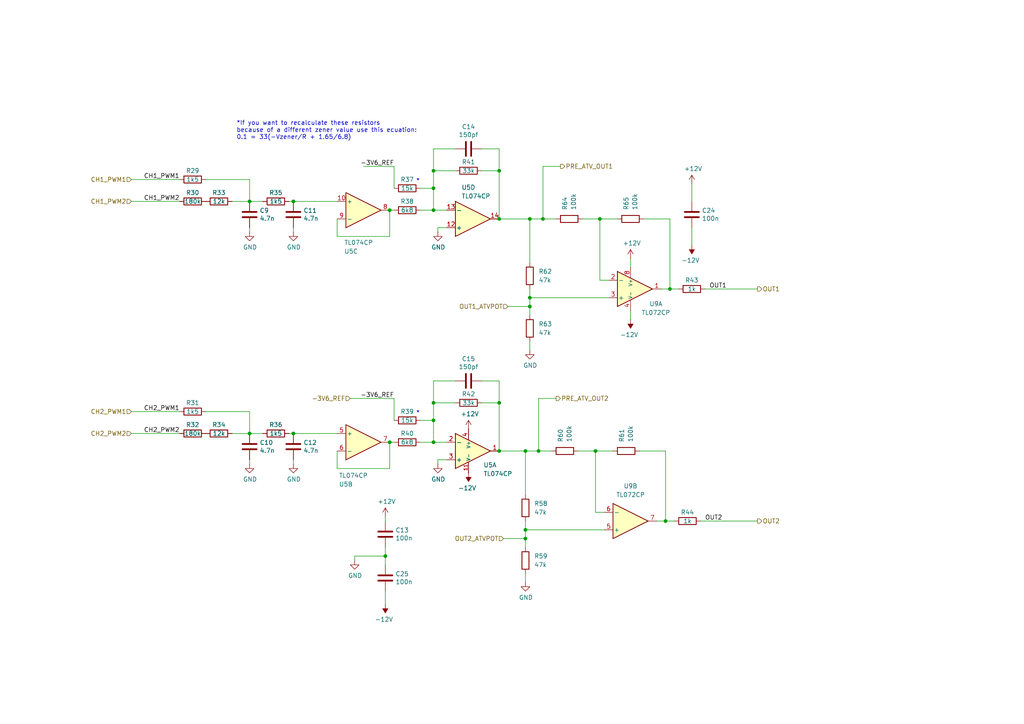
<source format=kicad_sch>
(kicad_sch (version 20231120) (generator "eeschema") (generator_version "8.0")
  (paper "A4")
  (title_block (title "Outputs") (date "2024-09-14") (rev "v0.1") (company "Sluisbrinkie"))
  (lib_symbols
    (symbol "Device:C" (pin_numbers hide) (pin_names (offset 0.254))
      (property "Reference" "C" (at 0.635 2.54 0))
      (property "Value" "C" (at 0.635 -2.54 0))
      (symbol "C_0_1"
        (polyline (pts (xy -2.032 -0.762) (xy 2.032 -0.762)) (stroke (width 0.508)))
        (polyline (pts (xy -2.032 0.762) (xy 2.032 0.762)) (stroke (width 0.508)))
      )
      (symbol "C_1_1"
        (pin passive line (at 0 3.81 270) (length 2.794) (name "~") (number "1"))
        (pin passive line (at 0 -3.81 90) (length 2.794) (name "~") (number "2"))
      )
    )
    (symbol "Device:R" (pin_numbers hide) (pin_names (offset 0))
      (property "Reference" "R" (at 2.032 0 90))
      (property "Value" "R" (at 0 0 90))
      (symbol "R_0_1"
        (rectangle (start -1.016 -2.54) (end 1.016 2.54) (stroke (width 0.254)))
      )
      (symbol "R_1_1"
        (pin passive line (at 0 3.81 270) (length 1.27) (name "~") (number "1"))
        (pin passive line (at 0 -3.81 90) (length 1.27) (name "~") (number "2"))
      )
    )
    (symbol "PCM_Amplifier_Operational_AKL:TL072CP" (pin_names (offset 0.2))
      (property "Reference" "U" (at 1.27 7.62 0))
      (property "Value" "TL072CP" (at 1.27 5.08 0))
      (symbol "TL072CP_0_1"
        (polyline (pts (xy -3.81 5.08) (xy -3.81 -5.08) (xy 6.35 0) (xy -3.81 5.08)) (stroke (width 0.254)) (fill (type background)))
      )
      (symbol "TL072CP_1_1"
        (pin output line (at 8.89 0 180) (length 2.54) (name "~") (number "1"))
        (pin input line (at -6.35 2.54 0) (length 2.54) (name "-") (number "2"))
        (pin input line (at -6.35 -2.54 0) (length 2.54) (name "+") (number "3"))
        (pin power_in line (at 0 -6.35 90) (length 3.18) (name "V-") (number "4"))
        (pin power_in line (at 0 6.35 270) (length 3.18) (name "V+") (number "8"))
      )
      (symbol "TL072CP_2_1"
        (pin input line (at -6.35 -2.54 0) (length 2.54) (name "+") (number "5"))
        (pin input line (at -6.35 2.54 0) (length 2.54) (name "-") (number "6"))
        (pin output line (at 8.89 0 180) (length 2.54) (name "~") (number "7"))
      )
    )
    (symbol "PCM_Amplifier_Operational_AKL:TL074CD" (pin_names (offset 0.2))
      (property "Reference" "U" (at 1.27 7.62 0))
      (property "Value" "TL074CD" (at 1.27 5.08 0))
      (symbol "TL074CD_0_1"
        (polyline (pts (xy -3.81 5.08) (xy -3.81 -5.08) (xy 6.35 0) (xy -3.81 5.08)) (stroke (width 0.254)) (fill (type background)))
      )
      (symbol "TL074CD_1_1"
        (pin output line (at 8.89 0 180) (length 2.54) (name "~") (number "1"))
        (pin power_in line (at 0 -6.35 90) (length 3.18) (name "V-") (number "11"))
        (pin input line (at -6.35 2.54 0) (length 2.54) (name "-") (number "2"))
        (pin input line (at -6.35 -2.54 0) (length 2.54) (name "+") (number "3"))
        (pin power_in line (at 0 6.35 270) (length 3.18) (name "V+") (number "4"))
      )
      (symbol "TL074CD_2_1"
        (pin input line (at -6.35 -2.54 0) (length 2.54) (name "+") (number "5"))
        (pin input line (at -6.35 2.54 0) (length 2.54) (name "-") (number "6"))
        (pin output line (at 8.89 0 180) (length 2.54) (name "~") (number "7"))
      )
      (symbol "TL074CD_3_1"
        (pin input line (at -6.35 -2.54 0) (length 2.54) (name "+") (number "10"))
        (pin output line (at 8.89 0 180) (length 2.54) (name "~") (number "8"))
        (pin input line (at -6.35 2.54 0) (length 2.54) (name "-") (number "9"))
      )
      (symbol "TL074CD_4_1"
        (pin input line (at -6.35 -2.54 0) (length 2.54) (name "+") (number "12"))
        (pin input line (at -6.35 2.54 0) (length 2.54) (name "-") (number "13"))
        (pin output line (at 8.89 0 180) (length 2.54) (name "~") (number "14"))
      )
    )
    (symbol "power:+12V" (power) (pin_numbers hide) (pin_names (offset 0) hide)
      (property "Value" "+12V" (at 0 3.556 0))
      (symbol "+12V_0_1"
        (polyline (pts (xy -0.762 1.27) (xy 0 2.54)))
        (polyline (pts (xy 0 0) (xy 0 2.54)))
        (polyline (pts (xy 0 2.54) (xy 0.762 1.27)))
      )
      (symbol "+12V_1_1"
        (pin power_in line (at 0 0 90) (length 0) (name "~") (number "1"))
      )
    )
    (symbol "power:-12V" (power) (pin_numbers hide) (pin_names (offset 0) hide)
      (property "Value" "-12V" (at 0 3.556 0))
      (symbol "-12V_0_0"
        (pin power_in line (at 0 0 90) (length 0) (name "~") (number "1"))
      )
      (symbol "-12V_0_1"
        (polyline (pts (xy 0 0) (xy 0 1.27) (xy 0.762 1.27) (xy 0 2.54) (xy -0.762 1.27) (xy 0 1.27)) (fill (type outline)))
      )
    )
    (symbol "power:GND" (power) (pin_numbers hide) (pin_names (offset 0) hide)
      (property "Value" "GND" (at 0 -3.81 0))
      (symbol "GND_0_1"
        (polyline (pts (xy 0 0) (xy 0 -1.27) (xy 1.27 -1.27) (xy 0 -2.54) (xy -1.27 -1.27) (xy 0 -1.27)))
      )
      (symbol "GND_1_1"
        (pin power_in line (at 0 0 270) (length 0) (name "~") (number "1"))
      )
    )
  )
  (junction (at 113.03 128.27))
  (junction (at 144.78 130.81))
  (junction (at 157.48 63.5))
  (junction (at 113.03 60.96))
  (junction (at 125.73 60.96))
  (junction (at 152.4 156.21))
  (junction (at 111.76 161.29))
  (junction (at 72.39 125.73))
  (junction (at 125.73 54.61))
  (junction (at 194.31 83.82))
  (junction (at 85.09 125.73))
  (junction (at 153.67 86.36))
  (junction (at 144.78 116.84))
  (junction (at 153.67 88.9))
  (junction (at 125.73 116.84))
  (junction (at 85.09 58.42))
  (junction (at 144.78 63.5))
  (junction (at 125.73 49.53))
  (junction (at 144.78 49.53))
  (junction (at 125.73 121.92))
  (junction (at 152.4 153.67))
  (junction (at 152.4 130.81))
  (junction (at 156.21 130.81))
  (junction (at 125.73 128.27))
  (junction (at 193.04 151.13))
  (junction (at 153.67 63.5))
  (junction (at 173.99 63.5))
  (junction (at 72.39 58.42))
  (junction (at 172.72 130.81))
  (wire (pts (xy 144.78 63.5) (xy 153.67 63.5)))
  (wire (pts (xy 121.92 54.61) (xy 125.73 54.61)))
  (wire (pts (xy 97.79 63.5) (xy 97.79 68.58)))
  (wire (pts (xy 121.92 128.27) (xy 125.73 128.27)))
  (wire (pts (xy 194.31 83.82) (xy 194.31 63.5)))
  (wire (pts (xy 38.1 119.38) (xy 52.07 119.38)))
  (wire (pts (xy 156.21 115.57) (xy 161.29 115.57)))
  (wire (pts (xy 200.66 53.34) (xy 200.66 58.42)))
  (wire (pts (xy 144.78 110.49) (xy 144.78 116.84)))
  (wire (pts (xy 146.05 156.21) (xy 152.4 156.21)))
  (wire (pts (xy 97.79 68.58) (xy 113.03 68.58)))
  (wire (pts (xy 157.48 63.5) (xy 157.48 48.26)))
  (wire (pts (xy 83.82 125.73) (xy 85.09 125.73)))
  (wire (pts (xy 127 67.31) (xy 127 66.04)))
  (wire (pts (xy 97.79 135.89) (xy 113.03 135.89)))
  (wire (pts (xy 152.4 156.21) (xy 152.4 158.75)))
  (wire (pts (xy 139.7 43.18) (xy 144.78 43.18)))
  (wire (pts (xy 190.5 151.13) (xy 193.04 151.13)))
  (wire (pts (xy 72.39 58.42) (xy 76.2 58.42)))
  (wire (pts (xy 59.69 52.07) (xy 72.39 52.07)))
  (wire (pts (xy 147.32 88.9) (xy 153.67 88.9)))
  (wire (pts (xy 111.76 171.45) (xy 111.76 175.26)))
  (wire (pts (xy 200.66 66.04) (xy 200.66 71.12)))
  (wire (pts (xy 111.76 161.29) (xy 111.76 163.83)))
  (wire (pts (xy 204.47 83.82) (xy 219.71 83.82)))
  (wire (pts (xy 139.7 110.49) (xy 144.78 110.49)))
  (wire (pts (xy 186.69 63.5) (xy 194.31 63.5)))
  (wire (pts (xy 173.99 81.28) (xy 173.99 63.5)))
  (wire (pts (xy 132.08 110.49) (xy 125.73 110.49)))
  (wire (pts (xy 193.04 151.13) (xy 193.04 130.81)))
  (wire (pts (xy 153.67 83.82) (xy 153.67 86.36)))
  (wire (pts (xy 156.21 130.81) (xy 160.02 130.81)))
  (wire (pts (xy 144.78 130.81) (xy 152.4 130.81)))
  (wire (pts (xy 85.09 58.42) (xy 97.79 58.42)))
  (wire (pts (xy 185.42 130.81) (xy 193.04 130.81)))
  (wire (pts (xy 113.03 128.27) (xy 114.3 128.27)))
  (wire (pts (xy 125.73 110.49) (xy 125.73 116.84)))
  (wire (pts (xy 152.4 153.67) (xy 175.26 153.67)))
  (wire (pts (xy 182.88 90.17) (xy 182.88 92.71)))
  (wire (pts (xy 139.7 116.84) (xy 144.78 116.84)))
  (wire (pts (xy 125.73 121.92) (xy 125.73 128.27)))
  (wire (pts (xy 72.39 52.07) (xy 72.39 58.42)))
  (wire (pts (xy 168.91 63.5) (xy 173.99 63.5)))
  (wire (pts (xy 113.03 60.96) (xy 113.03 68.58)))
  (wire (pts (xy 125.73 54.61) (xy 125.73 60.96)))
  (wire (pts (xy 97.79 130.81) (xy 97.79 135.89)))
  (wire (pts (xy 113.03 135.89) (xy 113.03 128.27)))
  (wire (pts (xy 125.73 43.18) (xy 125.73 49.53)))
  (wire (pts (xy 83.82 58.42) (xy 85.09 58.42)))
  (wire (pts (xy 72.39 119.38) (xy 72.39 125.73)))
  (wire (pts (xy 152.4 130.81) (xy 156.21 130.81)))
  (wire (pts (xy 176.53 81.28) (xy 173.99 81.28)))
  (wire (pts (xy 113.03 60.96) (xy 114.3 60.96)))
  (wire (pts (xy 157.48 63.5) (xy 161.29 63.5)))
  (wire (pts (xy 144.78 49.53) (xy 144.78 63.5)))
  (wire (pts (xy 125.73 121.92) (xy 125.73 116.84)))
  (wire (pts (xy 38.1 52.07) (xy 52.07 52.07)))
  (wire (pts (xy 139.7 49.53) (xy 144.78 49.53)))
  (wire (pts (xy 121.92 121.92) (xy 125.73 121.92)))
  (wire (pts (xy 194.31 83.82) (xy 196.85 83.82)))
  (wire (pts (xy 191.77 83.82) (xy 194.31 83.82)))
  (wire (pts (xy 125.73 128.27) (xy 129.54 128.27)))
  (wire (pts (xy 85.09 66.04) (xy 85.09 67.31)))
  (wire (pts (xy 38.1 125.73) (xy 52.07 125.73)))
  (wire (pts (xy 85.09 125.73) (xy 97.79 125.73)))
  (wire (pts (xy 152.4 151.13) (xy 152.4 153.67)))
  (wire (pts (xy 111.76 149.86) (xy 111.76 151.13)))
  (wire (pts (xy 152.4 166.37) (xy 152.4 168.91)))
  (wire (pts (xy 153.67 88.9) (xy 153.67 91.44)))
  (wire (pts (xy 167.64 130.81) (xy 172.72 130.81)))
  (wire (pts (xy 125.73 54.61) (xy 125.73 49.53)))
  (wire (pts (xy 114.3 115.57) (xy 114.3 121.92)))
  (wire (pts (xy 67.31 58.42) (xy 72.39 58.42)))
  (wire (pts (xy 127 134.62) (xy 127 133.35)))
  (wire (pts (xy 157.48 48.26) (xy 162.56 48.26)))
  (wire (pts (xy 127 133.35) (xy 129.54 133.35)))
  (wire (pts (xy 121.92 60.96) (xy 125.73 60.96)))
  (wire (pts (xy 175.26 148.59) (xy 172.72 148.59)))
  (wire (pts (xy 101.6 115.57) (xy 114.3 115.57)))
  (wire (pts (xy 72.39 125.73) (xy 76.2 125.73)))
  (wire (pts (xy 203.2 151.13) (xy 219.71 151.13)))
  (wire (pts (xy 125.73 49.53) (xy 132.08 49.53)))
  (wire (pts (xy 152.4 143.51) (xy 152.4 130.81)))
  (wire (pts (xy 114.3 48.26) (xy 114.3 54.61)))
  (wire (pts (xy 153.67 63.5) (xy 157.48 63.5)))
  (wire (pts (xy 72.39 133.35) (xy 72.39 134.62)))
  (wire (pts (xy 125.73 60.96) (xy 129.54 60.96)))
  (wire (pts (xy 144.78 43.18) (xy 144.78 49.53)))
  (wire (pts (xy 193.04 151.13) (xy 195.58 151.13)))
  (wire (pts (xy 156.21 130.81) (xy 156.21 115.57)))
  (wire (pts (xy 111.76 158.75) (xy 111.76 161.29)))
  (wire (pts (xy 102.87 161.29) (xy 111.76 161.29)))
  (wire (pts (xy 153.67 99.06) (xy 153.67 101.6)))
  (wire (pts (xy 152.4 153.67) (xy 152.4 156.21)))
  (wire (pts (xy 105.41 48.26) (xy 114.3 48.26)))
  (wire (pts (xy 153.67 86.36) (xy 176.53 86.36)))
  (wire (pts (xy 153.67 86.36) (xy 153.67 88.9)))
  (wire (pts (xy 172.72 130.81) (xy 177.8 130.81)))
  (wire (pts (xy 72.39 66.04) (xy 72.39 67.31)))
  (wire (pts (xy 132.08 43.18) (xy 125.73 43.18)))
  (wire (pts (xy 67.31 125.73) (xy 72.39 125.73)))
  (wire (pts (xy 153.67 76.2) (xy 153.67 63.5)))
  (wire (pts (xy 85.09 133.35) (xy 85.09 134.62)))
  (wire (pts (xy 127 66.04) (xy 129.54 66.04)))
  (wire (pts (xy 144.78 116.84) (xy 144.78 130.81)))
  (wire (pts (xy 38.1 58.42) (xy 52.07 58.42)))
  (wire (pts (xy 125.73 116.84) (xy 132.08 116.84)))
  (wire (pts (xy 59.69 119.38) (xy 72.39 119.38)))
  (wire (pts (xy 102.87 162.56) (xy 102.87 161.29)))
  (wire (pts (xy 182.88 74.93) (xy 182.88 77.47)))
  (wire (pts (xy 173.99 63.5) (xy 179.07 63.5)))
  (wire (pts (xy 172.72 148.59) (xy 172.72 130.81)))
  (text "*" (at 120.65 53.34 0) (effects (font (size 1.27 1.27)) (justify left bottom)))
  (text "*If you want to recalculate these resistors \nbecause of a different zener value use this ecuation:\n0.1 = 33(-Vzener/R + 1.65/6.8)" (at 68.58 40.64 0) (effects (font (size 1.27 1.27)) (justify left bottom)))
  (text "*" (at 120.65 120.65 0) (effects (font (size 1.27 1.27)) (justify left bottom)))
  (label "CH2_PWM2" (at 52.07 125.73 180))
  (label "CH2_PWM1" (at 52.07 119.38 180))
  (label "-3V6_REF" (at 114.3 48.26 180))
  (label "CH1_PWM2" (at 52.07 58.42 180))
  (label "-3V6_REF" (at 114.3 115.57 180))
  (label "OUT2" (at 204.47 151.13 0))
  (label "OUT1" (at 205.74 83.82 0))
  (label "CH1_PWM1" (at 52.07 52.07 180))
  (hierarchical_label "OUT2" (shape output) (at 219.71 151.13 0))
  (hierarchical_label "CH1_PWM1" (shape input) (at 38.1 52.07 180))
  (hierarchical_label "CH2_PWM2" (shape input) (at 38.1 125.73 180))
  (hierarchical_label "CH2_PWM1" (shape input) (at 38.1 119.38 180))
  (hierarchical_label "OUT2_ATVPOT" (shape input) (at 146.05 156.21 180))
  (hierarchical_label "OUT1" (shape output) (at 219.71 83.82 0))
  (hierarchical_label "CH1_PWM2" (shape input) (at 38.1 58.42 180))
  (hierarchical_label "PRE_ATV_OUT2" (shape output) (at 161.29 115.57 0))
  (hierarchical_label "OUT1_ATVPOT" (shape input) (at 147.32 88.9 180))
  (hierarchical_label "-3V6_REF" (shape input) (at 101.6 115.57 180))
  (hierarchical_label "PRE_ATV_OUT1" (shape output) (at 162.56 48.26 0))
  (symbol (lib_id "Device:C") (at 135.89 43.18 90) (unit 1)
    (property "Reference" "C14" (at 135.89 36.7792 90))
    (property "Value" "150pf" (at 135.89 39.0906 90))
    (property "Footprint" "Capacitor_THT:C_Disc_D3.4mm_W2.1mm_P2.50mm" (effects (hide yes)))
  )
  (symbol (lib_id "Device:R") (at 199.39 151.13 270) (unit 1)
    (property "Reference" "R44" (at 199.39 148.59 90))
    (property "Value" "1k" (at 199.39 151.13 90))
    (property "Footprint" "Resistor_THT:R_Axial_DIN0207_L6.3mm_D2.5mm_P7.62mm_Horizontal" (effects (hide yes)))
  )
  (symbol (lib_id "PCM_Amplifier_Operational_AKL:TL072CP") (at 182.88 83.82 0) (unit 1)
    (property "Reference" "U9" (at 190.246 88.138 0))
    (property "Value" "TL072CP" (at 190.246 90.678 0))
    (property "Footprint" "PCM_Package_DIP_AKL:DIP-8_W7.62mm_LongPads" (effects (hide yes)))
    (property "Datasheet" "https://www.ti.com/lit/ds/symlink/tl072h.pdf?ts=1635057479364" (effects (hide yes)))
    (property "Description" "DIP-8 Dual JFET Low Noise Operational Amplifier, 10mV Offset, 8nV/√Hz Noise, 1MHz GBW, Alternate KiCAD Library" (effects (hide yes)))
  )
  (symbol (lib_id "Device:R") (at 153.67 95.25 0) (unit 1)
    (property "Reference" "R63" (at 156.21 93.9799 0) (effects (justify left)))
    (property "Value" "47k" (at 156.21 96.5199 0) (effects (justify left)))
    (property "Footprint" "Resistor_THT:R_Axial_DIN0207_L6.3mm_D2.5mm_P7.62mm_Horizontal" (effects (hide yes)))
    (property "Description" "Resistor" (effects (hide yes)))
  )
  (symbol (lib_id "Device:C") (at 200.66 62.23 0) (unit 1)
    (property "Reference" "C24" (at 203.581 61.0616 0) (effects (justify left)))
    (property "Value" "100n" (at 203.581 63.373 0) (effects (justify left)))
    (property "Footprint" "Capacitor_THT:C_Rect_L10.0mm_W4.0mm_P7.50mm_MKS4" (effects (hide yes)))
  )
  (symbol (lib_id "Device:C") (at 85.09 62.23 0) (unit 1)
    (property "Reference" "C11" (at 88.011 61.0616 0) (effects (justify left)))
    (property "Value" "4.7n" (at 88.011 63.373 0) (effects (justify left)))
    (property "Footprint" "Capacitor_THT:C_Disc_D3.4mm_W2.1mm_P2.50mm" (effects (hide yes)))
  )
  (symbol (lib_id "power:-12V") (at 111.76 175.26 180) (unit 1)
    (property "Reference" "#PWR054" (effects (hide yes)))
    (property "Value" "-12V" (at 111.379 179.6542 0))
  )
  (symbol (lib_id "Device:R") (at 200.66 83.82 270) (unit 1)
    (property "Reference" "R43" (at 200.66 81.28 90))
    (property "Value" "1k" (at 200.66 83.82 90))
    (property "Footprint" "Resistor_THT:R_Axial_DIN0207_L6.3mm_D2.5mm_P7.62mm_Horizontal" (effects (hide yes)))
  )
  (symbol (lib_id "Device:R") (at 118.11 121.92 270) (unit 1)
    (property "Reference" "R39" (at 118.11 119.38 90))
    (property "Value" "15k" (at 118.11 121.92 90))
    (property "Footprint" "Resistor_THT:R_Axial_DIN0207_L6.3mm_D2.5mm_P7.62mm_Horizontal" (effects (hide yes)))
  )
  (symbol (lib_id "power:+12V") (at 135.89 124.46 0) (unit 1)
    (property "Reference" "#PWR092" (effects (hide yes)))
    (property "Value" "+12V" (at 136.271 120.0658 0))
  )
  (symbol (lib_id "Device:R") (at 181.61 130.81 90) (unit 1)
    (property "Reference" "R61" (at 180.3399 128.27 0) (effects (justify left)))
    (property "Value" "100k" (at 182.8799 128.27 0) (effects (justify left)))
    (property "Footprint" "Resistor_THT:R_Axial_DIN0207_L6.3mm_D2.5mm_P7.62mm_Horizontal" (effects (hide yes)))
    (property "Description" "Resistor" (effects (hide yes)))
  )
  (symbol (lib_id "power:GND") (at 85.09 134.62 0) (unit 1)
    (property "Reference" "#PWR052" (effects (hide yes)))
    (property "Value" "GND" (at 85.217 139.0142 0))
  )
  (symbol (lib_id "Device:R") (at 55.88 52.07 270) (unit 1)
    (property "Reference" "R29" (at 55.88 49.53 90))
    (property "Value" "1k5" (at 55.88 52.07 90))
    (property "Footprint" "Resistor_THT:R_Axial_DIN0207_L6.3mm_D2.5mm_P7.62mm_Horizontal" (effects (hide yes)))
  )
  (symbol (lib_id "power:GND") (at 72.39 67.31 0) (unit 1)
    (property "Reference" "#PWR049" (effects (hide yes)))
    (property "Value" "GND" (at 72.517 71.7042 0))
  )
  (symbol (lib_id "Device:C") (at 85.09 129.54 0) (unit 1)
    (property "Reference" "C12" (at 88.011 128.3716 0) (effects (justify left)))
    (property "Value" "4.7n" (at 88.011 130.683 0) (effects (justify left)))
    (property "Footprint" "Capacitor_THT:C_Disc_D3.4mm_W2.1mm_P2.50mm" (effects (hide yes)))
  )
  (symbol (lib_id "Device:R") (at 55.88 58.42 270) (unit 1)
    (property "Reference" "R30" (at 55.88 55.88 90))
    (property "Value" "180k" (at 55.88 58.42 90))
    (property "Footprint" "Resistor_THT:R_Axial_DIN0207_L6.3mm_D2.5mm_P7.62mm_Horizontal" (effects (hide yes)))
  )
  (symbol (lib_id "Device:R") (at 135.89 49.53 270) (unit 1)
    (property "Reference" "R41" (at 135.89 46.99 90))
    (property "Value" "33k" (at 135.89 49.53 90))
    (property "Footprint" "Resistor_THT:R_Axial_DIN0207_L6.3mm_D2.5mm_P7.62mm_Horizontal" (effects (hide yes)))
  )
  (symbol (lib_id "PCM_Amplifier_Operational_AKL:TL074CD") (at 135.89 130.81 0) (unit 1)
    (property "Reference" "U5" (at 140.208 134.874 0) (effects (justify left)))
    (property "Value" "TL074CP" (at 140.208 137.414 0) (effects (justify left)))
    (property "Footprint" "Package_DIP:DIP-14_W7.62mm_Socket_LongPads" (effects (hide yes)))
    (property "Datasheet" "https://www.ti.com/lit/ds/symlink/tl072h.pdf?ts=1635057479364" (effects (hide yes)))
    (property "Description" "SO-14 Quad JFET Low Noise Operational Amplifier, 10mV Offset, 8nV/√Hz Noise, 1MHz GBW, Alternate KiCAD Library" (effects (hide yes)))
  )
  (symbol (lib_id "power:GND") (at 102.87 162.56 0) (unit 1)
    (property "Reference" "#PWR0101" (effects (hide yes)))
    (property "Value" "GND" (at 102.997 166.9542 0))
  )
  (symbol (lib_id "power:-12V") (at 200.66 71.12 180) (unit 1)
    (property "Reference" "#PWR085" (effects (hide yes)))
    (property "Value" "-12V" (at 200.279 75.5142 0))
  )
  (symbol (lib_id "Device:R") (at 135.89 116.84 270) (unit 1)
    (property "Reference" "R42" (at 135.89 114.3 90))
    (property "Value" "33k" (at 135.89 116.84 90))
    (property "Footprint" "Resistor_THT:R_Axial_DIN0207_L6.3mm_D2.5mm_P7.62mm_Horizontal" (effects (hide yes)))
  )
  (symbol (lib_id "PCM_Amplifier_Operational_AKL:TL072CP") (at 181.61 151.13 0) (unit 2)
    (property "Reference" "U9" (at 182.88 140.97 0))
    (property "Value" "TL072CP" (at 182.88 143.51 0))
    (property "Footprint" "PCM_Package_DIP_AKL:DIP-8_W7.62mm_LongPads" (effects (hide yes)))
    (property "Datasheet" "https://www.ti.com/lit/ds/symlink/tl072h.pdf?ts=1635057479364" (effects (hide yes)))
    (property "Description" "DIP-8 Dual JFET Low Noise Operational Amplifier, 10mV Offset, 8nV/√Hz Noise, 1MHz GBW, Alternate KiCAD Library" (effects (hide yes)))
  )
  (symbol (lib_id "Device:C") (at 135.89 110.49 90) (unit 1)
    (property "Reference" "C15" (at 135.89 104.0892 90))
    (property "Value" "150pf" (at 135.89 106.4006 90))
    (property "Footprint" "Capacitor_THT:C_Disc_D3.4mm_W2.1mm_P2.50mm" (effects (hide yes)))
  )
  (symbol (lib_id "Device:R") (at 118.11 128.27 270) (unit 1)
    (property "Reference" "R40" (at 118.11 125.73 90))
    (property "Value" "6k8" (at 118.11 128.27 90))
    (property "Footprint" "Resistor_THT:R_Axial_DIN0207_L6.3mm_D2.5mm_P7.62mm_Horizontal" (effects (hide yes)))
  )
  (symbol (lib_id "power:GND") (at 153.67 101.6 0) (unit 1)
    (property "Reference" "#PWR083" (effects (hide yes)))
    (property "Value" "GND" (at 153.797 105.9942 0))
  )
  (symbol (lib_id "Device:R") (at 165.1 63.5 90) (unit 1)
    (property "Reference" "R64" (at 163.8299 60.96 0) (effects (justify left)))
    (property "Value" "100k" (at 166.3699 60.96 0) (effects (justify left)))
    (property "Footprint" "Resistor_THT:R_Axial_DIN0207_L6.3mm_D2.5mm_P7.62mm_Horizontal" (effects (hide yes)))
    (property "Description" "Resistor" (effects (hide yes)))
  )
  (symbol (lib_id "Device:C") (at 72.39 62.23 0) (unit 1)
    (property "Reference" "C9" (at 75.311 61.0616 0) (effects (justify left)))
    (property "Value" "4.7n" (at 75.311 63.373 0) (effects (justify left)))
    (property "Footprint" "Capacitor_THT:C_Disc_D3.4mm_W2.1mm_P2.50mm" (effects (hide yes)))
  )
  (symbol (lib_id "Device:R") (at 152.4 147.32 0) (unit 1)
    (property "Reference" "R58" (at 154.94 146.0499 0) (effects (justify left)))
    (property "Value" "47k" (at 154.94 148.5899 0) (effects (justify left)))
    (property "Footprint" "Resistor_THT:R_Axial_DIN0207_L6.3mm_D2.5mm_P7.62mm_Horizontal" (effects (hide yes)))
    (property "Description" "Resistor" (effects (hide yes)))
  )
  (symbol (lib_id "Device:R") (at 80.01 58.42 270) (unit 1)
    (property "Reference" "R35" (at 80.01 55.88 90))
    (property "Value" "1k5" (at 80.01 58.42 90))
    (property "Footprint" "Resistor_THT:R_Axial_DIN0207_L6.3mm_D2.5mm_P7.62mm_Horizontal" (effects (hide yes)))
  )
  (symbol (lib_id "power:GND") (at 152.4 168.91 0) (unit 1)
    (property "Reference" "#PWR082" (effects (hide yes)))
    (property "Value" "GND" (at 152.527 173.3042 0))
  )
  (symbol (lib_id "Device:R") (at 152.4 162.56 0) (unit 1)
    (property "Reference" "R59" (at 154.94 161.2899 0) (effects (justify left)))
    (property "Value" "47k" (at 154.94 163.8299 0) (effects (justify left)))
    (property "Footprint" "Resistor_THT:R_Axial_DIN0207_L6.3mm_D2.5mm_P7.62mm_Horizontal" (effects (hide yes)))
    (property "Description" "Resistor" (effects (hide yes)))
  )
  (symbol (lib_id "Device:R") (at 55.88 119.38 270) (unit 1)
    (property "Reference" "R31" (at 55.88 116.84 90))
    (property "Value" "1k5" (at 55.88 119.38 90))
    (property "Footprint" "Resistor_THT:R_Axial_DIN0207_L6.3mm_D2.5mm_P7.62mm_Horizontal" (effects (hide yes)))
  )
  (symbol (lib_id "power:GND") (at 127 67.31 0) (unit 1)
    (property "Reference" "#PWR055" (effects (hide yes)))
    (property "Value" "GND" (at 127.127 71.7042 0))
  )
  (symbol (lib_id "PCM_Amplifier_Operational_AKL:TL074CD") (at 135.89 63.5 0) (unit 4)
    (property "Reference" "U5" (at 133.858 54.356 0) (effects (justify left)))
    (property "Value" "TL074CP" (at 133.858 56.896 0) (effects (justify left)))
    (property "Footprint" "Package_DIP:DIP-14_W7.62mm_Socket_LongPads" (effects (hide yes)))
    (property "Datasheet" "https://www.ti.com/lit/ds/symlink/tl072h.pdf?ts=1635057479364" (effects (hide yes)))
    (property "Description" "SO-14 Quad JFET Low Noise Operational Amplifier, 10mV Offset, 8nV/√Hz Noise, 1MHz GBW, Alternate KiCAD Library" (effects (hide yes)))
  )
  (symbol (lib_id "Device:R") (at 153.67 80.01 0) (unit 1)
    (property "Reference" "R62" (at 156.21 78.7399 0) (effects (justify left)))
    (property "Value" "47k" (at 156.21 81.2799 0) (effects (justify left)))
    (property "Footprint" "Resistor_THT:R_Axial_DIN0207_L6.3mm_D2.5mm_P7.62mm_Horizontal" (effects (hide yes)))
    (property "Description" "Resistor" (effects (hide yes)))
  )
  (symbol (lib_id "Device:R") (at 182.88 63.5 90) (unit 1)
    (property "Reference" "R65" (at 181.6099 60.96 0) (effects (justify left)))
    (property "Value" "100k" (at 184.1499 60.96 0) (effects (justify left)))
    (property "Footprint" "Resistor_THT:R_Axial_DIN0207_L6.3mm_D2.5mm_P7.62mm_Horizontal" (effects (hide yes)))
    (property "Description" "Resistor" (effects (hide yes)))
  )
  (symbol (lib_id "Device:R") (at 80.01 125.73 270) (unit 1)
    (property "Reference" "R36" (at 80.01 123.19 90))
    (property "Value" "1k5" (at 80.01 125.73 90))
    (property "Footprint" "Resistor_THT:R_Axial_DIN0207_L6.3mm_D2.5mm_P7.62mm_Horizontal" (effects (hide yes)))
  )
  (symbol (lib_id "Device:C") (at 111.76 154.94 0) (unit 1)
    (property "Reference" "C13" (at 114.681 153.7716 0) (effects (justify left)))
    (property "Value" "100n" (at 114.681 156.083 0) (effects (justify left)))
    (property "Footprint" "Capacitor_THT:C_Rect_L10.0mm_W4.0mm_P7.50mm_MKS4" (effects (hide yes)))
  )
  (symbol (lib_id "power:+12V") (at 182.88 74.93 0) (unit 1)
    (property "Reference" "#PWR086" (effects (hide yes)))
    (property "Value" "+12V" (at 183.261 70.5358 0))
  )
  (symbol (lib_id "power:-12V") (at 135.89 137.16 180) (unit 1)
    (property "Reference" "#PWR093" (effects (hide yes)))
    (property "Value" "-12V" (at 135.509 141.5542 0))
  )
  (symbol (lib_id "Device:C") (at 111.76 167.64 0) (unit 1)
    (property "Reference" "C25" (at 114.681 166.4716 0) (effects (justify left)))
    (property "Value" "100n" (at 114.681 168.783 0) (effects (justify left)))
    (property "Footprint" "Capacitor_THT:C_Rect_L10.0mm_W4.0mm_P7.50mm_MKS4" (effects (hide yes)))
  )
  (symbol (lib_id "PCM_Amplifier_Operational_AKL:TL074CD") (at 104.14 128.27 0) (mirror x) (unit 2)
    (property "Reference" "U5" (at 98.298 140.462 0) (effects (justify left)))
    (property "Value" "TL074CP" (at 98.298 137.922 0) (effects (justify left)))
    (property "Footprint" "Package_DIP:DIP-14_W7.62mm_Socket_LongPads" (effects (hide yes)))
    (property "Datasheet" "https://www.ti.com/lit/ds/symlink/tl072h.pdf?ts=1635057479364" (effects (hide yes)))
    (property "Description" "SO-14 Quad JFET Low Noise Operational Amplifier, 10mV Offset, 8nV/√Hz Noise, 1MHz GBW, Alternate KiCAD Library" (effects (hide yes)))
  )
  (symbol (lib_id "Device:R") (at 63.5 125.73 270) (unit 1)
    (property "Reference" "R34" (at 63.5 123.19 90))
    (property "Value" "12k" (at 63.5 125.73 90))
    (property "Footprint" "Resistor_THT:R_Axial_DIN0207_L6.3mm_D2.5mm_P7.62mm_Horizontal" (effects (hide yes)))
  )
  (symbol (lib_id "Device:R") (at 118.11 54.61 270) (unit 1)
    (property "Reference" "R37" (at 118.11 52.07 90))
    (property "Value" "15k" (at 118.11 54.61 90))
    (property "Footprint" "Resistor_THT:R_Axial_DIN0207_L6.3mm_D2.5mm_P7.62mm_Horizontal" (effects (hide yes)))
  )
  (symbol (lib_id "power:GND") (at 85.09 67.31 0) (unit 1)
    (property "Reference" "#PWR051" (effects (hide yes)))
    (property "Value" "GND" (at 85.217 71.7042 0))
  )
  (symbol (lib_id "Device:R") (at 163.83 130.81 90) (unit 1)
    (property "Reference" "R60" (at 162.5599 128.27 0) (effects (justify left)))
    (property "Value" "100k" (at 165.0999 128.27 0) (effects (justify left)))
    (property "Footprint" "Resistor_THT:R_Axial_DIN0207_L6.3mm_D2.5mm_P7.62mm_Horizontal" (effects (hide yes)))
    (property "Description" "Resistor" (effects (hide yes)))
  )
  (symbol (lib_id "power:GND") (at 127 134.62 0) (unit 1)
    (property "Reference" "#PWR056" (effects (hide yes)))
    (property "Value" "GND" (at 127.127 139.0142 0))
  )
  (symbol (lib_id "power:+12V") (at 200.66 53.34 0) (unit 1)
    (property "Reference" "#PWR084" (effects (hide yes)))
    (property "Value" "+12V" (at 201.041 48.9458 0))
  )
  (symbol (lib_id "Device:R") (at 63.5 58.42 270) (unit 1)
    (property "Reference" "R33" (at 63.5 55.88 90))
    (property "Value" "12k" (at 63.5 58.42 90))
    (property "Footprint" "Resistor_THT:R_Axial_DIN0207_L6.3mm_D2.5mm_P7.62mm_Horizontal" (effects (hide yes)))
  )
  (symbol (lib_id "Device:R") (at 55.88 125.73 270) (unit 1)
    (property "Reference" "R32" (at 55.88 123.19 90))
    (property "Value" "180k" (at 55.88 125.73 90))
    (property "Footprint" "Resistor_THT:R_Axial_DIN0207_L6.3mm_D2.5mm_P7.62mm_Horizontal" (effects (hide yes)))
  )
  (symbol (lib_id "Device:R") (at 118.11 60.96 270) (unit 1)
    (property "Reference" "R38" (at 118.11 58.42 90))
    (property "Value" "6k8" (at 118.11 60.96 90))
    (property "Footprint" "Resistor_THT:R_Axial_DIN0207_L6.3mm_D2.5mm_P7.62mm_Horizontal" (effects (hide yes)))
  )
  (symbol (lib_id "Device:C") (at 72.39 129.54 0) (unit 1)
    (property "Reference" "C10" (at 75.311 128.3716 0) (effects (justify left)))
    (property "Value" "4.7n" (at 75.311 130.683 0) (effects (justify left)))
    (property "Footprint" "Capacitor_THT:C_Disc_D3.4mm_W2.1mm_P2.50mm" (effects (hide yes)))
  )
  (symbol (lib_id "power:-12V") (at 182.88 92.71 180) (unit 1)
    (property "Reference" "#PWR087" (effects (hide yes)))
    (property "Value" "-12V" (at 182.499 97.1042 0))
  )
  (symbol (lib_id "power:+12V") (at 111.76 149.86 0) (unit 1)
    (property "Reference" "#PWR053" (effects (hide yes)))
    (property "Value" "+12V" (at 112.141 145.4658 0))
  )
  (symbol (lib_id "power:GND") (at 72.39 134.62 0) (unit 1)
    (property "Reference" "#PWR050" (effects (hide yes)))
    (property "Value" "GND" (at 72.517 139.0142 0))
  )
  (symbol (lib_id "PCM_Amplifier_Operational_AKL:TL074CD") (at 104.14 60.96 0) (mirror x) (unit 3)
    (property "Reference" "U5" (at 99.822 72.898 0) (effects (justify left)))
    (property "Value" "TL074CP" (at 99.822 70.358 0) (effects (justify left)))
    (property "Footprint" "Package_DIP:DIP-14_W7.62mm_Socket_LongPads" (effects (hide yes)))
    (property "Datasheet" "https://www.ti.com/lit/ds/symlink/tl072h.pdf?ts=1635057479364" (effects (hide yes)))
    (property "Description" "SO-14 Quad JFET Low Noise Operational Amplifier, 10mV Offset, 8nV/√Hz Noise, 1MHz GBW, Alternate KiCAD Library" (effects (hide yes)))
  )
)
</source>
